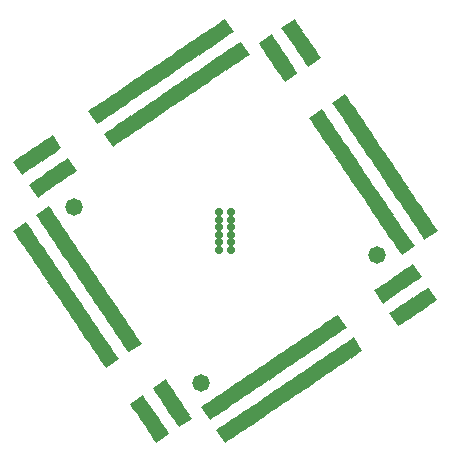
<source format=gbs>
G75*
%MOIN*%
%OFA0B0*%
%FSLAX24Y24*%
%IPPOS*%
%LPD*%
%AMOC8*
5,1,8,0,0,1.08239X$1,22.5*
%
%ADD10C,0.0580*%
%ADD11R,0.0159X0.0529*%
%ADD12OC8,0.0270*%
D10*
X011350Y016102D03*
X007102Y021970D03*
X017218Y020350D03*
D11*
G36*
X009148Y015138D02*
X009059Y015269D01*
X009496Y015564D01*
X009585Y015433D01*
X009148Y015138D01*
G37*
G36*
X009236Y015008D02*
X009147Y015139D01*
X009584Y015434D01*
X009673Y015303D01*
X009236Y015008D01*
G37*
G36*
X009325Y014877D02*
X009236Y015008D01*
X009673Y015303D01*
X009762Y015172D01*
X009325Y014877D01*
G37*
G36*
X009060Y015269D02*
X008971Y015400D01*
X009408Y015695D01*
X009497Y015564D01*
X009060Y015269D01*
G37*
G36*
X009413Y014747D02*
X009324Y014878D01*
X009761Y015173D01*
X009850Y015042D01*
X009413Y014747D01*
G37*
G36*
X009501Y014616D02*
X009412Y014747D01*
X009849Y015042D01*
X009938Y014911D01*
X009501Y014616D01*
G37*
G36*
X009589Y014486D02*
X009500Y014617D01*
X009937Y014912D01*
X010026Y014781D01*
X009589Y014486D01*
G37*
G36*
X009677Y014355D02*
X009588Y014486D01*
X010025Y014781D01*
X010114Y014650D01*
X009677Y014355D01*
G37*
G36*
X009765Y014224D02*
X009676Y014355D01*
X010113Y014650D01*
X010202Y014519D01*
X009765Y014224D01*
G37*
G36*
X009853Y014094D02*
X009764Y014225D01*
X010201Y014520D01*
X010290Y014389D01*
X009853Y014094D01*
G37*
G36*
X010877Y015166D02*
X010966Y015035D01*
X010529Y014740D01*
X010440Y014871D01*
X010877Y015166D01*
G37*
G36*
X010789Y015296D02*
X010878Y015165D01*
X010441Y014870D01*
X010352Y015001D01*
X010789Y015296D01*
G37*
G36*
X010700Y015427D02*
X010789Y015296D01*
X010352Y015001D01*
X010263Y015132D01*
X010700Y015427D01*
G37*
G36*
X010612Y015557D02*
X010701Y015426D01*
X010264Y015131D01*
X010175Y015262D01*
X010612Y015557D01*
G37*
G36*
X010524Y015688D02*
X010613Y015557D01*
X010176Y015262D01*
X010087Y015393D01*
X010524Y015688D01*
G37*
G36*
X010436Y015818D02*
X010525Y015687D01*
X010088Y015392D01*
X009999Y015523D01*
X010436Y015818D01*
G37*
G36*
X010348Y015949D02*
X010437Y015818D01*
X010000Y015523D01*
X009911Y015654D01*
X010348Y015949D01*
G37*
G36*
X010260Y016080D02*
X010349Y015949D01*
X009912Y015654D01*
X009823Y015785D01*
X010260Y016080D01*
G37*
G36*
X010172Y016210D02*
X010261Y016079D01*
X009824Y015784D01*
X009735Y015915D01*
X010172Y016210D01*
G37*
G36*
X010965Y015035D02*
X011054Y014904D01*
X010617Y014609D01*
X010528Y014740D01*
X010965Y015035D01*
G37*
G36*
X011349Y015287D02*
X011480Y015376D01*
X011775Y014939D01*
X011644Y014850D01*
X011349Y015287D01*
G37*
G36*
X011480Y015375D02*
X011611Y015464D01*
X011906Y015027D01*
X011775Y014938D01*
X011480Y015375D01*
G37*
G36*
X011610Y015463D02*
X011741Y015552D01*
X012036Y015115D01*
X011905Y015026D01*
X011610Y015463D01*
G37*
G36*
X011741Y015551D02*
X011872Y015640D01*
X012167Y015203D01*
X012036Y015114D01*
X011741Y015551D01*
G37*
G36*
X011872Y015639D02*
X012003Y015728D01*
X012298Y015291D01*
X012167Y015202D01*
X011872Y015639D01*
G37*
G36*
X012002Y015727D02*
X012133Y015816D01*
X012428Y015379D01*
X012297Y015290D01*
X012002Y015727D01*
G37*
G36*
X012133Y015815D02*
X012264Y015904D01*
X012559Y015467D01*
X012428Y015378D01*
X012133Y015815D01*
G37*
G36*
X012263Y015903D02*
X012394Y015992D01*
X012689Y015555D01*
X012558Y015466D01*
X012263Y015903D01*
G37*
G36*
X012394Y015991D02*
X012525Y016080D01*
X012820Y015643D01*
X012689Y015554D01*
X012394Y015991D01*
G37*
G36*
X012524Y016079D02*
X012655Y016168D01*
X012950Y015731D01*
X012819Y015642D01*
X012524Y016079D01*
G37*
G36*
X012655Y016167D02*
X012786Y016256D01*
X013081Y015819D01*
X012950Y015730D01*
X012655Y016167D01*
G37*
G36*
X012785Y016255D02*
X012916Y016344D01*
X013211Y015907D01*
X013080Y015818D01*
X012785Y016255D01*
G37*
G36*
X012916Y016343D02*
X013047Y016432D01*
X013342Y015995D01*
X013211Y015906D01*
X012916Y016343D01*
G37*
G36*
X013047Y016431D02*
X013178Y016520D01*
X013473Y016083D01*
X013342Y015994D01*
X013047Y016431D01*
G37*
G36*
X013177Y016519D02*
X013308Y016608D01*
X013603Y016171D01*
X013472Y016082D01*
X013177Y016519D01*
G37*
G36*
X013308Y016607D02*
X013439Y016696D01*
X013734Y016259D01*
X013603Y016170D01*
X013308Y016607D01*
G37*
G36*
X013438Y016696D02*
X013569Y016785D01*
X013864Y016348D01*
X013733Y016259D01*
X013438Y016696D01*
G37*
G36*
X013569Y016784D02*
X013700Y016873D01*
X013995Y016436D01*
X013864Y016347D01*
X013569Y016784D01*
G37*
G36*
X013699Y016872D02*
X013830Y016961D01*
X014125Y016524D01*
X013994Y016435D01*
X013699Y016872D01*
G37*
G36*
X013830Y016960D02*
X013961Y017049D01*
X014256Y016612D01*
X014125Y016523D01*
X013830Y016960D01*
G37*
G36*
X013960Y017048D02*
X014091Y017137D01*
X014386Y016700D01*
X014255Y016611D01*
X013960Y017048D01*
G37*
G36*
X014091Y017136D02*
X014222Y017225D01*
X014517Y016788D01*
X014386Y016699D01*
X014091Y017136D01*
G37*
G36*
X014222Y017224D02*
X014353Y017313D01*
X014648Y016876D01*
X014517Y016787D01*
X014222Y017224D01*
G37*
G36*
X014352Y017312D02*
X014483Y017401D01*
X014778Y016964D01*
X014647Y016875D01*
X014352Y017312D01*
G37*
G36*
X014483Y017400D02*
X014614Y017489D01*
X014909Y017052D01*
X014778Y016963D01*
X014483Y017400D01*
G37*
G36*
X014613Y017488D02*
X014744Y017577D01*
X015039Y017140D01*
X014908Y017051D01*
X014613Y017488D01*
G37*
G36*
X014744Y017576D02*
X014875Y017665D01*
X015170Y017228D01*
X015039Y017139D01*
X014744Y017576D01*
G37*
G36*
X014874Y017664D02*
X015005Y017753D01*
X015300Y017316D01*
X015169Y017227D01*
X014874Y017664D01*
G37*
G36*
X015005Y017752D02*
X015136Y017841D01*
X015431Y017404D01*
X015300Y017315D01*
X015005Y017752D01*
G37*
G36*
X015136Y017840D02*
X015267Y017929D01*
X015562Y017492D01*
X015431Y017403D01*
X015136Y017840D01*
G37*
G36*
X015266Y017928D02*
X015397Y018017D01*
X015692Y017580D01*
X015561Y017491D01*
X015266Y017928D01*
G37*
G36*
X015397Y018016D02*
X015528Y018105D01*
X015823Y017668D01*
X015692Y017579D01*
X015397Y018016D01*
G37*
G36*
X015527Y018105D02*
X015658Y018194D01*
X015953Y017757D01*
X015822Y017668D01*
X015527Y018105D01*
G37*
G36*
X015658Y018193D02*
X015789Y018282D01*
X016084Y017845D01*
X015953Y017756D01*
X015658Y018193D01*
G37*
G36*
X015788Y018281D02*
X015919Y018370D01*
X016214Y017933D01*
X016083Y017844D01*
X015788Y018281D01*
G37*
G36*
X016599Y017081D02*
X016468Y016992D01*
X016173Y017429D01*
X016304Y017518D01*
X016599Y017081D01*
G37*
G36*
X016729Y017169D02*
X016598Y017080D01*
X016303Y017517D01*
X016434Y017606D01*
X016729Y017169D01*
G37*
G36*
X016468Y016993D02*
X016337Y016904D01*
X016042Y017341D01*
X016173Y017430D01*
X016468Y016993D01*
G37*
G36*
X016338Y016905D02*
X016207Y016816D01*
X015912Y017253D01*
X016043Y017342D01*
X016338Y016905D01*
G37*
G36*
X016207Y016817D02*
X016076Y016728D01*
X015781Y017165D01*
X015912Y017254D01*
X016207Y016817D01*
G37*
G36*
X016077Y016729D02*
X015946Y016640D01*
X015651Y017077D01*
X015782Y017166D01*
X016077Y016729D01*
G37*
G36*
X015946Y016641D02*
X015815Y016552D01*
X015520Y016989D01*
X015651Y017078D01*
X015946Y016641D01*
G37*
G36*
X015816Y016552D02*
X015685Y016463D01*
X015390Y016900D01*
X015521Y016989D01*
X015816Y016552D01*
G37*
G36*
X015685Y016464D02*
X015554Y016375D01*
X015259Y016812D01*
X015390Y016901D01*
X015685Y016464D01*
G37*
G36*
X015554Y016376D02*
X015423Y016287D01*
X015128Y016724D01*
X015259Y016813D01*
X015554Y016376D01*
G37*
G36*
X015424Y016288D02*
X015293Y016199D01*
X014998Y016636D01*
X015129Y016725D01*
X015424Y016288D01*
G37*
G36*
X015293Y016200D02*
X015162Y016111D01*
X014867Y016548D01*
X014998Y016637D01*
X015293Y016200D01*
G37*
G36*
X015163Y016112D02*
X015032Y016023D01*
X014737Y016460D01*
X014868Y016549D01*
X015163Y016112D01*
G37*
G36*
X015032Y016024D02*
X014901Y015935D01*
X014606Y016372D01*
X014737Y016461D01*
X015032Y016024D01*
G37*
G36*
X014902Y015936D02*
X014771Y015847D01*
X014476Y016284D01*
X014607Y016373D01*
X014902Y015936D01*
G37*
G36*
X014771Y015848D02*
X014640Y015759D01*
X014345Y016196D01*
X014476Y016285D01*
X014771Y015848D01*
G37*
G36*
X014641Y015760D02*
X014510Y015671D01*
X014215Y016108D01*
X014346Y016197D01*
X014641Y015760D01*
G37*
G36*
X014510Y015672D02*
X014379Y015583D01*
X014084Y016020D01*
X014215Y016109D01*
X014510Y015672D01*
G37*
G36*
X014379Y015584D02*
X014248Y015495D01*
X013953Y015932D01*
X014084Y016021D01*
X014379Y015584D01*
G37*
G36*
X014249Y015496D02*
X014118Y015407D01*
X013823Y015844D01*
X013954Y015933D01*
X014249Y015496D01*
G37*
G36*
X014118Y015408D02*
X013987Y015319D01*
X013692Y015756D01*
X013823Y015845D01*
X014118Y015408D01*
G37*
G36*
X013988Y015320D02*
X013857Y015231D01*
X013562Y015668D01*
X013693Y015757D01*
X013988Y015320D01*
G37*
G36*
X013857Y015232D02*
X013726Y015143D01*
X013431Y015580D01*
X013562Y015669D01*
X013857Y015232D01*
G37*
G36*
X013727Y015143D02*
X013596Y015054D01*
X013301Y015491D01*
X013432Y015580D01*
X013727Y015143D01*
G37*
G36*
X013596Y015055D02*
X013465Y014966D01*
X013170Y015403D01*
X013301Y015492D01*
X013596Y015055D01*
G37*
G36*
X013466Y014967D02*
X013335Y014878D01*
X013040Y015315D01*
X013171Y015404D01*
X013466Y014967D01*
G37*
G36*
X013335Y014879D02*
X013204Y014790D01*
X012909Y015227D01*
X013040Y015316D01*
X013335Y014879D01*
G37*
G36*
X013204Y014791D02*
X013073Y014702D01*
X012778Y015139D01*
X012909Y015228D01*
X013204Y014791D01*
G37*
G36*
X013074Y014703D02*
X012943Y014614D01*
X012648Y015051D01*
X012779Y015140D01*
X013074Y014703D01*
G37*
G36*
X012943Y014615D02*
X012812Y014526D01*
X012517Y014963D01*
X012648Y015052D01*
X012943Y014615D01*
G37*
G36*
X012813Y014527D02*
X012682Y014438D01*
X012387Y014875D01*
X012518Y014964D01*
X012813Y014527D01*
G37*
G36*
X012682Y014439D02*
X012551Y014350D01*
X012256Y014787D01*
X012387Y014876D01*
X012682Y014439D01*
G37*
G36*
X012552Y014351D02*
X012421Y014262D01*
X012126Y014699D01*
X012257Y014788D01*
X012552Y014351D01*
G37*
G36*
X012421Y014263D02*
X012290Y014174D01*
X011995Y014611D01*
X012126Y014700D01*
X012421Y014263D01*
G37*
G36*
X012291Y014175D02*
X012160Y014086D01*
X011865Y014523D01*
X011996Y014612D01*
X012291Y014175D01*
G37*
G36*
X009281Y017532D02*
X009370Y017401D01*
X008933Y017106D01*
X008844Y017237D01*
X009281Y017532D01*
G37*
G36*
X009193Y017662D02*
X009282Y017531D01*
X008845Y017236D01*
X008756Y017367D01*
X009193Y017662D01*
G37*
G36*
X009105Y017793D02*
X009194Y017662D01*
X008757Y017367D01*
X008668Y017498D01*
X009105Y017793D01*
G37*
G36*
X009016Y017923D02*
X009105Y017792D01*
X008668Y017497D01*
X008579Y017628D01*
X009016Y017923D01*
G37*
G36*
X008928Y018054D02*
X009017Y017923D01*
X008580Y017628D01*
X008491Y017759D01*
X008928Y018054D01*
G37*
G36*
X008840Y018184D02*
X008929Y018053D01*
X008492Y017758D01*
X008403Y017889D01*
X008840Y018184D01*
G37*
G36*
X008752Y018315D02*
X008841Y018184D01*
X008404Y017889D01*
X008315Y018020D01*
X008752Y018315D01*
G37*
G36*
X008664Y018446D02*
X008753Y018315D01*
X008316Y018020D01*
X008227Y018151D01*
X008664Y018446D01*
G37*
G36*
X008576Y018576D02*
X008665Y018445D01*
X008228Y018150D01*
X008139Y018281D01*
X008576Y018576D01*
G37*
G36*
X008488Y018707D02*
X008577Y018576D01*
X008140Y018281D01*
X008051Y018412D01*
X008488Y018707D01*
G37*
G36*
X008400Y018837D02*
X008489Y018706D01*
X008052Y018411D01*
X007963Y018542D01*
X008400Y018837D01*
G37*
G36*
X008312Y018968D02*
X008401Y018837D01*
X007964Y018542D01*
X007875Y018673D01*
X008312Y018968D01*
G37*
G36*
X008224Y019098D02*
X008313Y018967D01*
X007876Y018672D01*
X007787Y018803D01*
X008224Y019098D01*
G37*
G36*
X008136Y019229D02*
X008225Y019098D01*
X007788Y018803D01*
X007699Y018934D01*
X008136Y019229D01*
G37*
G36*
X008048Y019360D02*
X008137Y019229D01*
X007700Y018934D01*
X007611Y019065D01*
X008048Y019360D01*
G37*
G36*
X007960Y019490D02*
X008049Y019359D01*
X007612Y019064D01*
X007523Y019195D01*
X007960Y019490D01*
G37*
G36*
X007872Y019621D02*
X007961Y019490D01*
X007524Y019195D01*
X007435Y019326D01*
X007872Y019621D01*
G37*
G36*
X007784Y019751D02*
X007873Y019620D01*
X007436Y019325D01*
X007347Y019456D01*
X007784Y019751D01*
G37*
G36*
X007696Y019882D02*
X007785Y019751D01*
X007348Y019456D01*
X007259Y019587D01*
X007696Y019882D01*
G37*
G36*
X007607Y020012D02*
X007696Y019881D01*
X007259Y019586D01*
X007170Y019717D01*
X007607Y020012D01*
G37*
G36*
X007519Y020143D02*
X007608Y020012D01*
X007171Y019717D01*
X007082Y019848D01*
X007519Y020143D01*
G37*
G36*
X007431Y020273D02*
X007520Y020142D01*
X007083Y019847D01*
X006994Y019978D01*
X007431Y020273D01*
G37*
G36*
X007343Y020404D02*
X007432Y020273D01*
X006995Y019978D01*
X006906Y020109D01*
X007343Y020404D01*
G37*
G36*
X007255Y020535D02*
X007344Y020404D01*
X006907Y020109D01*
X006818Y020240D01*
X007255Y020535D01*
G37*
G36*
X007167Y020665D02*
X007256Y020534D01*
X006819Y020239D01*
X006730Y020370D01*
X007167Y020665D01*
G37*
G36*
X007079Y020796D02*
X007168Y020665D01*
X006731Y020370D01*
X006642Y020501D01*
X007079Y020796D01*
G37*
G36*
X006991Y020926D02*
X007080Y020795D01*
X006643Y020500D01*
X006554Y020631D01*
X006991Y020926D01*
G37*
G36*
X006903Y021057D02*
X006992Y020926D01*
X006555Y020631D01*
X006466Y020762D01*
X006903Y021057D01*
G37*
G36*
X006815Y021187D02*
X006904Y021056D01*
X006467Y020761D01*
X006378Y020892D01*
X006815Y021187D01*
G37*
G36*
X006727Y021318D02*
X006816Y021187D01*
X006379Y020892D01*
X006290Y021023D01*
X006727Y021318D01*
G37*
G36*
X006639Y021448D02*
X006728Y021317D01*
X006291Y021022D01*
X006202Y021153D01*
X006639Y021448D01*
G37*
G36*
X006551Y021579D02*
X006640Y021448D01*
X006203Y021153D01*
X006114Y021284D01*
X006551Y021579D01*
G37*
G36*
X006463Y021710D02*
X006552Y021579D01*
X006115Y021284D01*
X006026Y021415D01*
X006463Y021710D01*
G37*
G36*
X006375Y021840D02*
X006464Y021709D01*
X006027Y021414D01*
X005938Y021545D01*
X006375Y021840D01*
G37*
G36*
X006287Y021971D02*
X006376Y021840D01*
X005939Y021545D01*
X005850Y021676D01*
X006287Y021971D01*
G37*
G36*
X006035Y022355D02*
X005904Y022266D01*
X005609Y022703D01*
X005740Y022792D01*
X006035Y022355D01*
G37*
G36*
X006166Y022443D02*
X006035Y022354D01*
X005740Y022791D01*
X005871Y022880D01*
X006166Y022443D01*
G37*
G36*
X006296Y022531D02*
X006165Y022442D01*
X005870Y022879D01*
X006001Y022968D01*
X006296Y022531D01*
G37*
G36*
X006427Y022620D02*
X006296Y022531D01*
X006001Y022968D01*
X006132Y023057D01*
X006427Y022620D01*
G37*
G36*
X006557Y022708D02*
X006426Y022619D01*
X006131Y023056D01*
X006262Y023145D01*
X006557Y022708D01*
G37*
G36*
X006688Y022796D02*
X006557Y022707D01*
X006262Y023144D01*
X006393Y023233D01*
X006688Y022796D01*
G37*
G36*
X006818Y022884D02*
X006687Y022795D01*
X006392Y023232D01*
X006523Y023321D01*
X006818Y022884D01*
G37*
G36*
X006949Y022972D02*
X006818Y022883D01*
X006523Y023320D01*
X006654Y023409D01*
X006949Y022972D01*
G37*
G36*
X007080Y023060D02*
X006949Y022971D01*
X006654Y023408D01*
X006785Y023497D01*
X007080Y023060D01*
G37*
G36*
X007210Y023148D02*
X007079Y023059D01*
X006784Y023496D01*
X006915Y023585D01*
X007210Y023148D01*
G37*
G36*
X006269Y024260D02*
X006400Y024349D01*
X006695Y023912D01*
X006564Y023823D01*
X006269Y024260D01*
G37*
G36*
X006138Y024172D02*
X006269Y024261D01*
X006564Y023824D01*
X006433Y023735D01*
X006138Y024172D01*
G37*
G36*
X006008Y024084D02*
X006139Y024173D01*
X006434Y023736D01*
X006303Y023647D01*
X006008Y024084D01*
G37*
G36*
X005877Y023995D02*
X006008Y024084D01*
X006303Y023647D01*
X006172Y023558D01*
X005877Y023995D01*
G37*
G36*
X005747Y023907D02*
X005878Y023996D01*
X006173Y023559D01*
X006042Y023470D01*
X005747Y023907D01*
G37*
G36*
X005616Y023819D02*
X005747Y023908D01*
X006042Y023471D01*
X005911Y023382D01*
X005616Y023819D01*
G37*
G36*
X005486Y023731D02*
X005617Y023820D01*
X005912Y023383D01*
X005781Y023294D01*
X005486Y023731D01*
G37*
G36*
X005355Y023643D02*
X005486Y023732D01*
X005781Y023295D01*
X005650Y023206D01*
X005355Y023643D01*
G37*
G36*
X005224Y023555D02*
X005355Y023644D01*
X005650Y023207D01*
X005519Y023118D01*
X005224Y023555D01*
G37*
G36*
X005094Y023467D02*
X005225Y023556D01*
X005520Y023119D01*
X005389Y023030D01*
X005094Y023467D01*
G37*
G36*
X005175Y021029D02*
X005086Y021160D01*
X005523Y021455D01*
X005612Y021324D01*
X005175Y021029D01*
G37*
G36*
X005263Y020899D02*
X005174Y021030D01*
X005611Y021325D01*
X005700Y021194D01*
X005263Y020899D01*
G37*
G36*
X005351Y020768D02*
X005262Y020899D01*
X005699Y021194D01*
X005788Y021063D01*
X005351Y020768D01*
G37*
G36*
X005439Y020638D02*
X005350Y020769D01*
X005787Y021064D01*
X005876Y020933D01*
X005439Y020638D01*
G37*
G36*
X005527Y020507D02*
X005438Y020638D01*
X005875Y020933D01*
X005964Y020802D01*
X005527Y020507D01*
G37*
G36*
X005615Y020377D02*
X005526Y020508D01*
X005963Y020803D01*
X006052Y020672D01*
X005615Y020377D01*
G37*
G36*
X005703Y020246D02*
X005614Y020377D01*
X006051Y020672D01*
X006140Y020541D01*
X005703Y020246D01*
G37*
G36*
X005791Y020116D02*
X005702Y020247D01*
X006139Y020542D01*
X006228Y020411D01*
X005791Y020116D01*
G37*
G36*
X005879Y019985D02*
X005790Y020116D01*
X006227Y020411D01*
X006316Y020280D01*
X005879Y019985D01*
G37*
G36*
X005967Y019854D02*
X005878Y019985D01*
X006315Y020280D01*
X006404Y020149D01*
X005967Y019854D01*
G37*
G36*
X006055Y019724D02*
X005966Y019855D01*
X006403Y020150D01*
X006492Y020019D01*
X006055Y019724D01*
G37*
G36*
X006143Y019593D02*
X006054Y019724D01*
X006491Y020019D01*
X006580Y019888D01*
X006143Y019593D01*
G37*
G36*
X006232Y019463D02*
X006143Y019594D01*
X006580Y019889D01*
X006669Y019758D01*
X006232Y019463D01*
G37*
G36*
X006320Y019332D02*
X006231Y019463D01*
X006668Y019758D01*
X006757Y019627D01*
X006320Y019332D01*
G37*
G36*
X006408Y019202D02*
X006319Y019333D01*
X006756Y019628D01*
X006845Y019497D01*
X006408Y019202D01*
G37*
G36*
X006496Y019071D02*
X006407Y019202D01*
X006844Y019497D01*
X006933Y019366D01*
X006496Y019071D01*
G37*
G36*
X006584Y018941D02*
X006495Y019072D01*
X006932Y019367D01*
X007021Y019236D01*
X006584Y018941D01*
G37*
G36*
X006672Y018810D02*
X006583Y018941D01*
X007020Y019236D01*
X007109Y019105D01*
X006672Y018810D01*
G37*
G36*
X006760Y018679D02*
X006671Y018810D01*
X007108Y019105D01*
X007197Y018974D01*
X006760Y018679D01*
G37*
G36*
X006848Y018549D02*
X006759Y018680D01*
X007196Y018975D01*
X007285Y018844D01*
X006848Y018549D01*
G37*
G36*
X006936Y018418D02*
X006847Y018549D01*
X007284Y018844D01*
X007373Y018713D01*
X006936Y018418D01*
G37*
G36*
X007024Y018288D02*
X006935Y018419D01*
X007372Y018714D01*
X007461Y018583D01*
X007024Y018288D01*
G37*
G36*
X007112Y018157D02*
X007023Y018288D01*
X007460Y018583D01*
X007549Y018452D01*
X007112Y018157D01*
G37*
G36*
X007200Y018027D02*
X007111Y018158D01*
X007548Y018453D01*
X007637Y018322D01*
X007200Y018027D01*
G37*
G36*
X007288Y017896D02*
X007199Y018027D01*
X007636Y018322D01*
X007725Y018191D01*
X007288Y017896D01*
G37*
G36*
X007376Y017766D02*
X007287Y017897D01*
X007724Y018192D01*
X007813Y018061D01*
X007376Y017766D01*
G37*
G36*
X007464Y017635D02*
X007375Y017766D01*
X007812Y018061D01*
X007901Y017930D01*
X007464Y017635D01*
G37*
G36*
X007552Y017504D02*
X007463Y017635D01*
X007900Y017930D01*
X007989Y017799D01*
X007552Y017504D01*
G37*
G36*
X007641Y017374D02*
X007552Y017505D01*
X007989Y017800D01*
X008078Y017669D01*
X007641Y017374D01*
G37*
G36*
X007729Y017243D02*
X007640Y017374D01*
X008077Y017669D01*
X008166Y017538D01*
X007729Y017243D01*
G37*
G36*
X007817Y017113D02*
X007728Y017244D01*
X008165Y017539D01*
X008254Y017408D01*
X007817Y017113D01*
G37*
G36*
X007905Y016982D02*
X007816Y017113D01*
X008253Y017408D01*
X008342Y017277D01*
X007905Y016982D01*
G37*
G36*
X007993Y016852D02*
X007904Y016983D01*
X008341Y017278D01*
X008430Y017147D01*
X007993Y016852D01*
G37*
G36*
X008081Y016721D02*
X007992Y016852D01*
X008429Y017147D01*
X008518Y017016D01*
X008081Y016721D01*
G37*
G36*
X008169Y016591D02*
X008080Y016722D01*
X008517Y017017D01*
X008606Y016886D01*
X008169Y016591D01*
G37*
G36*
X008532Y024039D02*
X008401Y023950D01*
X008106Y024387D01*
X008237Y024476D01*
X008532Y024039D01*
G37*
G36*
X008662Y024127D02*
X008531Y024038D01*
X008236Y024475D01*
X008367Y024564D01*
X008662Y024127D01*
G37*
G36*
X008793Y024215D02*
X008662Y024126D01*
X008367Y024563D01*
X008498Y024652D01*
X008793Y024215D01*
G37*
G36*
X008923Y024304D02*
X008792Y024215D01*
X008497Y024652D01*
X008628Y024741D01*
X008923Y024304D01*
G37*
G36*
X009054Y024392D02*
X008923Y024303D01*
X008628Y024740D01*
X008759Y024829D01*
X009054Y024392D01*
G37*
G36*
X009184Y024480D02*
X009053Y024391D01*
X008758Y024828D01*
X008889Y024917D01*
X009184Y024480D01*
G37*
G36*
X009315Y024568D02*
X009184Y024479D01*
X008889Y024916D01*
X009020Y025005D01*
X009315Y024568D01*
G37*
G36*
X009446Y024656D02*
X009315Y024567D01*
X009020Y025004D01*
X009151Y025093D01*
X009446Y024656D01*
G37*
G36*
X009576Y024744D02*
X009445Y024655D01*
X009150Y025092D01*
X009281Y025181D01*
X009576Y024744D01*
G37*
G36*
X009707Y024832D02*
X009576Y024743D01*
X009281Y025180D01*
X009412Y025269D01*
X009707Y024832D01*
G37*
G36*
X009837Y024920D02*
X009706Y024831D01*
X009411Y025268D01*
X009542Y025357D01*
X009837Y024920D01*
G37*
G36*
X009968Y025008D02*
X009837Y024919D01*
X009542Y025356D01*
X009673Y025445D01*
X009968Y025008D01*
G37*
G36*
X010098Y025096D02*
X009967Y025007D01*
X009672Y025444D01*
X009803Y025533D01*
X010098Y025096D01*
G37*
G36*
X010229Y025184D02*
X010098Y025095D01*
X009803Y025532D01*
X009934Y025621D01*
X010229Y025184D01*
G37*
G36*
X010360Y025272D02*
X010229Y025183D01*
X009934Y025620D01*
X010065Y025709D01*
X010360Y025272D01*
G37*
G36*
X010490Y025360D02*
X010359Y025271D01*
X010064Y025708D01*
X010195Y025797D01*
X010490Y025360D01*
G37*
G36*
X010621Y025448D02*
X010490Y025359D01*
X010195Y025796D01*
X010326Y025885D01*
X010621Y025448D01*
G37*
G36*
X010751Y025536D02*
X010620Y025447D01*
X010325Y025884D01*
X010456Y025973D01*
X010751Y025536D01*
G37*
G36*
X010882Y025624D02*
X010751Y025535D01*
X010456Y025972D01*
X010587Y026061D01*
X010882Y025624D01*
G37*
G36*
X011012Y025713D02*
X010881Y025624D01*
X010586Y026061D01*
X010717Y026150D01*
X011012Y025713D01*
G37*
G36*
X011143Y025801D02*
X011012Y025712D01*
X010717Y026149D01*
X010848Y026238D01*
X011143Y025801D01*
G37*
G36*
X011273Y025889D02*
X011142Y025800D01*
X010847Y026237D01*
X010978Y026326D01*
X011273Y025889D01*
G37*
G36*
X011404Y025977D02*
X011273Y025888D01*
X010978Y026325D01*
X011109Y026414D01*
X011404Y025977D01*
G37*
G36*
X011535Y026065D02*
X011404Y025976D01*
X011109Y026413D01*
X011240Y026502D01*
X011535Y026065D01*
G37*
G36*
X011665Y026153D02*
X011534Y026064D01*
X011239Y026501D01*
X011370Y026590D01*
X011665Y026153D01*
G37*
G36*
X011796Y026241D02*
X011665Y026152D01*
X011370Y026589D01*
X011501Y026678D01*
X011796Y026241D01*
G37*
G36*
X011926Y026329D02*
X011795Y026240D01*
X011500Y026677D01*
X011631Y026766D01*
X011926Y026329D01*
G37*
G36*
X012057Y026417D02*
X011926Y026328D01*
X011631Y026765D01*
X011762Y026854D01*
X012057Y026417D01*
G37*
G36*
X012187Y026505D02*
X012056Y026416D01*
X011761Y026853D01*
X011892Y026942D01*
X012187Y026505D01*
G37*
G36*
X012318Y026593D02*
X012187Y026504D01*
X011892Y026941D01*
X012023Y027030D01*
X012318Y026593D01*
G37*
G36*
X012448Y026681D02*
X012317Y026592D01*
X012022Y027029D01*
X012153Y027118D01*
X012448Y026681D01*
G37*
G36*
X012579Y026769D02*
X012448Y026680D01*
X012153Y027117D01*
X012284Y027206D01*
X012579Y026769D01*
G37*
G36*
X012710Y026857D02*
X012579Y026768D01*
X012284Y027205D01*
X012415Y027294D01*
X012710Y026857D01*
G37*
G36*
X012840Y026945D02*
X012709Y026856D01*
X012414Y027293D01*
X012545Y027382D01*
X012840Y026945D01*
G37*
G36*
X012971Y027033D02*
X012840Y026944D01*
X012545Y027381D01*
X012676Y027470D01*
X012971Y027033D01*
G37*
G36*
X013355Y027285D02*
X013266Y027416D01*
X013703Y027711D01*
X013792Y027580D01*
X013355Y027285D01*
G37*
G36*
X013443Y027154D02*
X013354Y027285D01*
X013791Y027580D01*
X013880Y027449D01*
X013443Y027154D01*
G37*
G36*
X013531Y027024D02*
X013442Y027155D01*
X013879Y027450D01*
X013968Y027319D01*
X013531Y027024D01*
G37*
G36*
X013620Y026893D02*
X013531Y027024D01*
X013968Y027319D01*
X014057Y027188D01*
X013620Y026893D01*
G37*
G36*
X013708Y026763D02*
X013619Y026894D01*
X014056Y027189D01*
X014145Y027058D01*
X013708Y026763D01*
G37*
G36*
X013796Y026632D02*
X013707Y026763D01*
X014144Y027058D01*
X014233Y026927D01*
X013796Y026632D01*
G37*
G36*
X013884Y026502D02*
X013795Y026633D01*
X014232Y026928D01*
X014321Y026797D01*
X013884Y026502D01*
G37*
G36*
X013972Y026371D02*
X013883Y026502D01*
X014320Y026797D01*
X014409Y026666D01*
X013972Y026371D01*
G37*
G36*
X014060Y026240D02*
X013971Y026371D01*
X014408Y026666D01*
X014497Y026535D01*
X014060Y026240D01*
G37*
G36*
X014148Y026110D02*
X014059Y026241D01*
X014496Y026536D01*
X014585Y026405D01*
X014148Y026110D01*
G37*
G36*
X015084Y027312D02*
X015173Y027181D01*
X014736Y026886D01*
X014647Y027017D01*
X015084Y027312D01*
G37*
G36*
X014995Y027443D02*
X015084Y027312D01*
X014647Y027017D01*
X014558Y027148D01*
X014995Y027443D01*
G37*
G36*
X014907Y027573D02*
X014996Y027442D01*
X014559Y027147D01*
X014470Y027278D01*
X014907Y027573D01*
G37*
G36*
X014819Y027704D02*
X014908Y027573D01*
X014471Y027278D01*
X014382Y027409D01*
X014819Y027704D01*
G37*
G36*
X014731Y027834D02*
X014820Y027703D01*
X014383Y027408D01*
X014294Y027539D01*
X014731Y027834D01*
G37*
G36*
X014643Y027965D02*
X014732Y027834D01*
X014295Y027539D01*
X014206Y027670D01*
X014643Y027965D01*
G37*
G36*
X014555Y028096D02*
X014644Y027965D01*
X014207Y027670D01*
X014118Y027801D01*
X014555Y028096D01*
G37*
G36*
X014467Y028226D02*
X014556Y028095D01*
X014119Y027800D01*
X014030Y027931D01*
X014467Y028226D01*
G37*
G36*
X015172Y027182D02*
X015261Y027051D01*
X014824Y026756D01*
X014735Y026887D01*
X015172Y027182D01*
G37*
G36*
X015260Y027051D02*
X015349Y026920D01*
X014912Y026625D01*
X014823Y026756D01*
X015260Y027051D01*
G37*
G36*
X016151Y025729D02*
X016240Y025598D01*
X015803Y025303D01*
X015714Y025434D01*
X016151Y025729D01*
G37*
G36*
X016239Y025599D02*
X016328Y025468D01*
X015891Y025173D01*
X015802Y025304D01*
X016239Y025599D01*
G37*
G36*
X016327Y025468D02*
X016416Y025337D01*
X015979Y025042D01*
X015890Y025173D01*
X016327Y025468D01*
G37*
G36*
X016415Y025338D02*
X016504Y025207D01*
X016067Y024912D01*
X015978Y025043D01*
X016415Y025338D01*
G37*
G36*
X016503Y025207D02*
X016592Y025076D01*
X016155Y024781D01*
X016066Y024912D01*
X016503Y025207D01*
G37*
G36*
X016591Y025077D02*
X016680Y024946D01*
X016243Y024651D01*
X016154Y024782D01*
X016591Y025077D01*
G37*
G36*
X016679Y024946D02*
X016768Y024815D01*
X016331Y024520D01*
X016242Y024651D01*
X016679Y024946D01*
G37*
G36*
X016768Y024816D02*
X016857Y024685D01*
X016420Y024390D01*
X016331Y024521D01*
X016768Y024816D01*
G37*
G36*
X016856Y024685D02*
X016945Y024554D01*
X016508Y024259D01*
X016419Y024390D01*
X016856Y024685D01*
G37*
G36*
X016944Y024554D02*
X017033Y024423D01*
X016596Y024128D01*
X016507Y024259D01*
X016944Y024554D01*
G37*
G36*
X017032Y024424D02*
X017121Y024293D01*
X016684Y023998D01*
X016595Y024129D01*
X017032Y024424D01*
G37*
G36*
X017120Y024293D02*
X017209Y024162D01*
X016772Y023867D01*
X016683Y023998D01*
X017120Y024293D01*
G37*
G36*
X017208Y024163D02*
X017297Y024032D01*
X016860Y023737D01*
X016771Y023868D01*
X017208Y024163D01*
G37*
G36*
X017296Y024032D02*
X017385Y023901D01*
X016948Y023606D01*
X016859Y023737D01*
X017296Y024032D01*
G37*
G36*
X017384Y023902D02*
X017473Y023771D01*
X017036Y023476D01*
X016947Y023607D01*
X017384Y023902D01*
G37*
G36*
X017472Y023771D02*
X017561Y023640D01*
X017124Y023345D01*
X017035Y023476D01*
X017472Y023771D01*
G37*
G36*
X017560Y023641D02*
X017649Y023510D01*
X017212Y023215D01*
X017123Y023346D01*
X017560Y023641D01*
G37*
G36*
X017648Y023510D02*
X017737Y023379D01*
X017300Y023084D01*
X017211Y023215D01*
X017648Y023510D01*
G37*
G36*
X017736Y023379D02*
X017825Y023248D01*
X017388Y022953D01*
X017299Y023084D01*
X017736Y023379D01*
G37*
G36*
X017824Y023249D02*
X017913Y023118D01*
X017476Y022823D01*
X017387Y022954D01*
X017824Y023249D01*
G37*
G36*
X017912Y023118D02*
X018001Y022987D01*
X017564Y022692D01*
X017475Y022823D01*
X017912Y023118D01*
G37*
G36*
X018000Y022988D02*
X018089Y022857D01*
X017652Y022562D01*
X017563Y022693D01*
X018000Y022988D01*
G37*
G36*
X018088Y022857D02*
X018177Y022726D01*
X017740Y022431D01*
X017651Y022562D01*
X018088Y022857D01*
G37*
G36*
X018177Y022727D02*
X018266Y022596D01*
X017829Y022301D01*
X017740Y022432D01*
X018177Y022727D01*
G37*
G36*
X018265Y022596D02*
X018354Y022465D01*
X017917Y022170D01*
X017828Y022301D01*
X018265Y022596D01*
G37*
G36*
X018353Y022466D02*
X018442Y022335D01*
X018005Y022040D01*
X017916Y022171D01*
X018353Y022466D01*
G37*
G36*
X018441Y022335D02*
X018530Y022204D01*
X018093Y021909D01*
X018004Y022040D01*
X018441Y022335D01*
G37*
G36*
X018529Y022204D02*
X018618Y022073D01*
X018181Y021778D01*
X018092Y021909D01*
X018529Y022204D01*
G37*
G36*
X018617Y022074D02*
X018706Y021943D01*
X018269Y021648D01*
X018180Y021779D01*
X018617Y022074D01*
G37*
G36*
X018705Y021943D02*
X018794Y021812D01*
X018357Y021517D01*
X018268Y021648D01*
X018705Y021943D01*
G37*
G36*
X018793Y021813D02*
X018882Y021682D01*
X018445Y021387D01*
X018356Y021518D01*
X018793Y021813D01*
G37*
G36*
X018881Y021682D02*
X018970Y021551D01*
X018533Y021256D01*
X018444Y021387D01*
X018881Y021682D01*
G37*
G36*
X018969Y021552D02*
X019058Y021421D01*
X018621Y021126D01*
X018532Y021257D01*
X018969Y021552D01*
G37*
G36*
X019057Y021421D02*
X019146Y021290D01*
X018709Y020995D01*
X018620Y021126D01*
X019057Y021421D01*
G37*
G36*
X019145Y021291D02*
X019234Y021160D01*
X018797Y020865D01*
X018708Y020996D01*
X019145Y021291D01*
G37*
G36*
X018033Y020349D02*
X017944Y020480D01*
X018381Y020775D01*
X018470Y020644D01*
X018033Y020349D01*
G37*
G36*
X017945Y020480D02*
X017856Y020611D01*
X018293Y020906D01*
X018382Y020775D01*
X017945Y020480D01*
G37*
G36*
X017857Y020610D02*
X017768Y020741D01*
X018205Y021036D01*
X018294Y020905D01*
X017857Y020610D01*
G37*
G36*
X017769Y020741D02*
X017680Y020872D01*
X018117Y021167D01*
X018206Y021036D01*
X017769Y020741D01*
G37*
G36*
X017681Y020872D02*
X017592Y021003D01*
X018029Y021298D01*
X018118Y021167D01*
X017681Y020872D01*
G37*
G36*
X017593Y021002D02*
X017504Y021133D01*
X017941Y021428D01*
X018030Y021297D01*
X017593Y021002D01*
G37*
G36*
X017505Y021133D02*
X017416Y021264D01*
X017853Y021559D01*
X017942Y021428D01*
X017505Y021133D01*
G37*
G36*
X017417Y021263D02*
X017328Y021394D01*
X017765Y021689D01*
X017854Y021558D01*
X017417Y021263D01*
G37*
G36*
X017329Y021394D02*
X017240Y021525D01*
X017677Y021820D01*
X017766Y021689D01*
X017329Y021394D01*
G37*
G36*
X017241Y021524D02*
X017152Y021655D01*
X017589Y021950D01*
X017678Y021819D01*
X017241Y021524D01*
G37*
G36*
X017153Y021655D02*
X017064Y021786D01*
X017501Y022081D01*
X017590Y021950D01*
X017153Y021655D01*
G37*
G36*
X017065Y021785D02*
X016976Y021916D01*
X017413Y022211D01*
X017502Y022080D01*
X017065Y021785D01*
G37*
G36*
X016977Y021916D02*
X016888Y022047D01*
X017325Y022342D01*
X017414Y022211D01*
X016977Y021916D01*
G37*
G36*
X016889Y022047D02*
X016800Y022178D01*
X017237Y022473D01*
X017326Y022342D01*
X016889Y022047D01*
G37*
G36*
X016801Y022177D02*
X016712Y022308D01*
X017149Y022603D01*
X017238Y022472D01*
X016801Y022177D01*
G37*
G36*
X016713Y022308D02*
X016624Y022439D01*
X017061Y022734D01*
X017150Y022603D01*
X016713Y022308D01*
G37*
G36*
X016624Y022438D02*
X016535Y022569D01*
X016972Y022864D01*
X017061Y022733D01*
X016624Y022438D01*
G37*
G36*
X016536Y022569D02*
X016447Y022700D01*
X016884Y022995D01*
X016973Y022864D01*
X016536Y022569D01*
G37*
G36*
X016448Y022699D02*
X016359Y022830D01*
X016796Y023125D01*
X016885Y022994D01*
X016448Y022699D01*
G37*
G36*
X016360Y022830D02*
X016271Y022961D01*
X016708Y023256D01*
X016797Y023125D01*
X016360Y022830D01*
G37*
G36*
X016272Y022960D02*
X016183Y023091D01*
X016620Y023386D01*
X016709Y023255D01*
X016272Y022960D01*
G37*
G36*
X016184Y023091D02*
X016095Y023222D01*
X016532Y023517D01*
X016621Y023386D01*
X016184Y023091D01*
G37*
G36*
X016096Y023222D02*
X016007Y023353D01*
X016444Y023648D01*
X016533Y023517D01*
X016096Y023222D01*
G37*
G36*
X016008Y023352D02*
X015919Y023483D01*
X016356Y023778D01*
X016445Y023647D01*
X016008Y023352D01*
G37*
G36*
X015920Y023483D02*
X015831Y023614D01*
X016268Y023909D01*
X016357Y023778D01*
X015920Y023483D01*
G37*
G36*
X015832Y023613D02*
X015743Y023744D01*
X016180Y024039D01*
X016269Y023908D01*
X015832Y023613D01*
G37*
G36*
X015744Y023744D02*
X015655Y023875D01*
X016092Y024170D01*
X016181Y024039D01*
X015744Y023744D01*
G37*
G36*
X015656Y023874D02*
X015567Y024005D01*
X016004Y024300D01*
X016093Y024169D01*
X015656Y023874D01*
G37*
G36*
X015568Y024005D02*
X015479Y024136D01*
X015916Y024431D01*
X016005Y024300D01*
X015568Y024005D01*
G37*
G36*
X015480Y024136D02*
X015391Y024267D01*
X015828Y024562D01*
X015917Y024431D01*
X015480Y024136D01*
G37*
G36*
X015392Y024266D02*
X015303Y024397D01*
X015740Y024692D01*
X015829Y024561D01*
X015392Y024266D01*
G37*
G36*
X015304Y024397D02*
X015215Y024528D01*
X015652Y024823D01*
X015741Y024692D01*
X015304Y024397D01*
G37*
G36*
X015215Y024527D02*
X015126Y024658D01*
X015563Y024953D01*
X015652Y024822D01*
X015215Y024527D01*
G37*
G36*
X015127Y024658D02*
X015038Y024789D01*
X015475Y025084D01*
X015564Y024953D01*
X015127Y024658D01*
G37*
G36*
X015039Y024788D02*
X014950Y024919D01*
X015387Y025214D01*
X015476Y025083D01*
X015039Y024788D01*
G37*
G36*
X012029Y028145D02*
X012160Y028234D01*
X012455Y027797D01*
X012324Y027708D01*
X012029Y028145D01*
G37*
G36*
X011899Y028057D02*
X012030Y028146D01*
X012325Y027709D01*
X012194Y027620D01*
X011899Y028057D01*
G37*
G36*
X011768Y027969D02*
X011899Y028058D01*
X012194Y027621D01*
X012063Y027532D01*
X011768Y027969D01*
G37*
G36*
X011638Y027881D02*
X011769Y027970D01*
X012064Y027533D01*
X011933Y027444D01*
X011638Y027881D01*
G37*
G36*
X011507Y027793D02*
X011638Y027882D01*
X011933Y027445D01*
X011802Y027356D01*
X011507Y027793D01*
G37*
G36*
X011377Y027705D02*
X011508Y027794D01*
X011803Y027357D01*
X011672Y027268D01*
X011377Y027705D01*
G37*
G36*
X011246Y027617D02*
X011377Y027706D01*
X011672Y027269D01*
X011541Y027180D01*
X011246Y027617D01*
G37*
G36*
X011116Y027529D02*
X011247Y027618D01*
X011542Y027181D01*
X011411Y027092D01*
X011116Y027529D01*
G37*
G36*
X010985Y027441D02*
X011116Y027530D01*
X011411Y027093D01*
X011280Y027004D01*
X010985Y027441D01*
G37*
G36*
X010854Y027353D02*
X010985Y027442D01*
X011280Y027005D01*
X011149Y026916D01*
X010854Y027353D01*
G37*
G36*
X010724Y027265D02*
X010855Y027354D01*
X011150Y026917D01*
X011019Y026828D01*
X010724Y027265D01*
G37*
G36*
X010593Y027177D02*
X010724Y027266D01*
X011019Y026829D01*
X010888Y026740D01*
X010593Y027177D01*
G37*
G36*
X010463Y027088D02*
X010594Y027177D01*
X010889Y026740D01*
X010758Y026651D01*
X010463Y027088D01*
G37*
G36*
X010332Y027000D02*
X010463Y027089D01*
X010758Y026652D01*
X010627Y026563D01*
X010332Y027000D01*
G37*
G36*
X010202Y026912D02*
X010333Y027001D01*
X010628Y026564D01*
X010497Y026475D01*
X010202Y026912D01*
G37*
G36*
X010071Y026824D02*
X010202Y026913D01*
X010497Y026476D01*
X010366Y026387D01*
X010071Y026824D01*
G37*
G36*
X009941Y026736D02*
X010072Y026825D01*
X010367Y026388D01*
X010236Y026299D01*
X009941Y026736D01*
G37*
G36*
X009810Y026648D02*
X009941Y026737D01*
X010236Y026300D01*
X010105Y026211D01*
X009810Y026648D01*
G37*
G36*
X009679Y026560D02*
X009810Y026649D01*
X010105Y026212D01*
X009974Y026123D01*
X009679Y026560D01*
G37*
G36*
X009549Y026472D02*
X009680Y026561D01*
X009975Y026124D01*
X009844Y026035D01*
X009549Y026472D01*
G37*
G36*
X009418Y026384D02*
X009549Y026473D01*
X009844Y026036D01*
X009713Y025947D01*
X009418Y026384D01*
G37*
G36*
X009288Y026296D02*
X009419Y026385D01*
X009714Y025948D01*
X009583Y025859D01*
X009288Y026296D01*
G37*
G36*
X009157Y026208D02*
X009288Y026297D01*
X009583Y025860D01*
X009452Y025771D01*
X009157Y026208D01*
G37*
G36*
X009027Y026120D02*
X009158Y026209D01*
X009453Y025772D01*
X009322Y025683D01*
X009027Y026120D01*
G37*
G36*
X008896Y026032D02*
X009027Y026121D01*
X009322Y025684D01*
X009191Y025595D01*
X008896Y026032D01*
G37*
G36*
X008766Y025944D02*
X008897Y026033D01*
X009192Y025596D01*
X009061Y025507D01*
X008766Y025944D01*
G37*
G36*
X008635Y025856D02*
X008766Y025945D01*
X009061Y025508D01*
X008930Y025419D01*
X008635Y025856D01*
G37*
G36*
X008504Y025768D02*
X008635Y025857D01*
X008930Y025420D01*
X008799Y025331D01*
X008504Y025768D01*
G37*
G36*
X008374Y025679D02*
X008505Y025768D01*
X008800Y025331D01*
X008669Y025242D01*
X008374Y025679D01*
G37*
G36*
X008243Y025591D02*
X008374Y025680D01*
X008669Y025243D01*
X008538Y025154D01*
X008243Y025591D01*
G37*
G36*
X008113Y025503D02*
X008244Y025592D01*
X008539Y025155D01*
X008408Y025066D01*
X008113Y025503D01*
G37*
G36*
X007982Y025415D02*
X008113Y025504D01*
X008408Y025067D01*
X008277Y024978D01*
X007982Y025415D01*
G37*
G36*
X007852Y025327D02*
X007983Y025416D01*
X008278Y024979D01*
X008147Y024890D01*
X007852Y025327D01*
G37*
G36*
X007721Y025239D02*
X007852Y025328D01*
X008147Y024891D01*
X008016Y024802D01*
X007721Y025239D01*
G37*
G36*
X007591Y025151D02*
X007722Y025240D01*
X008017Y024803D01*
X007886Y024714D01*
X007591Y025151D01*
G37*
G36*
X017110Y019172D02*
X017241Y019261D01*
X017536Y018824D01*
X017405Y018735D01*
X017110Y019172D01*
G37*
G36*
X017240Y019260D02*
X017371Y019349D01*
X017666Y018912D01*
X017535Y018823D01*
X017240Y019260D01*
G37*
G36*
X017371Y019348D02*
X017502Y019437D01*
X017797Y019000D01*
X017666Y018911D01*
X017371Y019348D01*
G37*
G36*
X017502Y019436D02*
X017633Y019525D01*
X017928Y019088D01*
X017797Y018999D01*
X017502Y019436D01*
G37*
G36*
X017632Y019524D02*
X017763Y019613D01*
X018058Y019176D01*
X017927Y019087D01*
X017632Y019524D01*
G37*
G36*
X017763Y019612D02*
X017894Y019701D01*
X018189Y019264D01*
X018058Y019175D01*
X017763Y019612D01*
G37*
G36*
X017893Y019700D02*
X018024Y019789D01*
X018319Y019352D01*
X018188Y019263D01*
X017893Y019700D01*
G37*
G36*
X018024Y019789D02*
X018155Y019878D01*
X018450Y019441D01*
X018319Y019352D01*
X018024Y019789D01*
G37*
G36*
X018154Y019877D02*
X018285Y019966D01*
X018580Y019529D01*
X018449Y019440D01*
X018154Y019877D01*
G37*
G36*
X018285Y019965D02*
X018416Y020054D01*
X018711Y019617D01*
X018580Y019528D01*
X018285Y019965D01*
G37*
G36*
X019096Y018765D02*
X018965Y018676D01*
X018670Y019113D01*
X018801Y019202D01*
X019096Y018765D01*
G37*
G36*
X019226Y018853D02*
X019095Y018764D01*
X018800Y019201D01*
X018931Y019290D01*
X019226Y018853D01*
G37*
G36*
X018965Y018677D02*
X018834Y018588D01*
X018539Y019025D01*
X018670Y019114D01*
X018965Y018677D01*
G37*
G36*
X018834Y018589D02*
X018703Y018500D01*
X018408Y018937D01*
X018539Y019026D01*
X018834Y018589D01*
G37*
G36*
X018704Y018501D02*
X018573Y018412D01*
X018278Y018849D01*
X018409Y018938D01*
X018704Y018501D01*
G37*
G36*
X018573Y018413D02*
X018442Y018324D01*
X018147Y018761D01*
X018278Y018850D01*
X018573Y018413D01*
G37*
G36*
X018443Y018325D02*
X018312Y018236D01*
X018017Y018673D01*
X018148Y018762D01*
X018443Y018325D01*
G37*
G36*
X018312Y018236D02*
X018181Y018147D01*
X017886Y018584D01*
X018017Y018673D01*
X018312Y018236D01*
G37*
G36*
X018182Y018148D02*
X018051Y018059D01*
X017756Y018496D01*
X017887Y018585D01*
X018182Y018148D01*
G37*
G36*
X018051Y018060D02*
X017920Y017971D01*
X017625Y018408D01*
X017756Y018497D01*
X018051Y018060D01*
G37*
D12*
X012360Y020535D03*
X012360Y020785D03*
X012360Y021035D03*
X012360Y021285D03*
X012360Y021535D03*
X012360Y021785D03*
X011960Y021785D03*
X011960Y021535D03*
X011960Y021285D03*
X011960Y021035D03*
X011960Y020785D03*
X011960Y020535D03*
M02*

</source>
